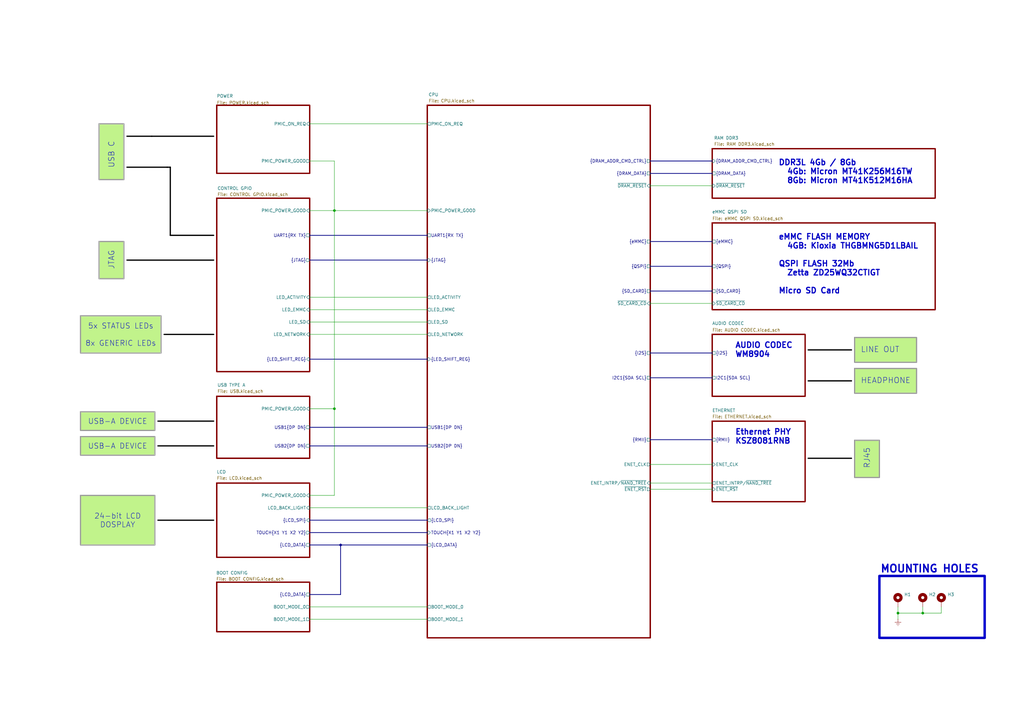
<source format=kicad_sch>
(kicad_sch (version 20231120) (generator "eeschema") (generator_version "8.0")
  (paper "A3")
  (title_block (title "i.MX6 Demo Board") (date "2024-05-26") (rev "00") (company "ts-manuel"))
  (lib_symbols
    (symbol "Mechanical:MountingHole_Pad" (pin_numbers hide) (pin_names (offset 1.016) hide) (exclude_from_sim yes) (in_bom no)
      (property "Reference" "H" (at 0 6.35 0))
      (property "Value" "MountingHole_Pad" (at 0 4.445 0))
      (symbol "MountingHole_Pad_0_1"
        (circle (center 0 1.27) (radius 1.27) (stroke (width 1.27)))
      )
      (symbol "MountingHole_Pad_1_1"
        (pin input line (at 0 -2.54 90) (length 2.54) (name "1") (number "1"))
      )
    )
    (symbol "power:GNDREF" (power) (pin_numbers hide) (pin_names (offset 0) hide)
      (property "Value" "GNDREF" (at 0 -3.81 0))
      (symbol "GNDREF_0_1"
        (polyline (pts (xy -0.635 -1.905) (xy 0.635 -1.905)))
        (polyline (pts (xy -0.127 -2.54) (xy 0.127 -2.54)))
        (polyline (pts (xy 0 -1.27) (xy 0 0)))
        (polyline (pts (xy 1.27 -1.27) (xy -1.27 -1.27)))
      )
      (symbol "GNDREF_1_1"
        (pin power_in line (at 0 0 270) (length 0) (name "~") (number "1"))
      )
    )
  )
  (junction (at 139.7 223.52))
  (junction (at 368.3 251.46))
  (junction (at 137.16 167.64))
  (junction (at 137.16 86.36))
  (junction (at 378.46 251.46))
  (wire (pts (xy 127 121.92) (xy 175.26 121.92)))
  (wire (pts (xy 137.16 66.04) (xy 137.16 86.36)))
  (wire (pts (xy 127 254) (xy 175.26 254)))
  (polyline (pts (xy 52.07 55.88) (xy 62.23 55.88)) (stroke (width 0.508) (type solid) (color 0 0 0 1)))
  (bus (pts (xy 139.7 223.52) (xy 175.26 223.52)))
  (wire (pts (xy 127 167.64) (xy 137.16 167.64)))
  (wire (pts (xy 127 248.92) (xy 175.26 248.92)))
  (bus (pts (xy 127 213.36) (xy 175.26 213.36)))
  (bus (pts (xy 266.7 154.94) (xy 292.1 154.94)))
  (wire (pts (xy 386.08 248.92) (xy 386.08 251.46)))
  (wire (pts (xy 127 66.04) (xy 137.16 66.04)))
  (bus (pts (xy 127 96.52) (xy 175.26 96.52)))
  (polyline (pts (xy 349.25 156.21) (xy 331.47 156.21)) (stroke (width 0.508) (type solid) (color 0 0 0 1)))
  (wire (pts (xy 137.16 167.64) (xy 137.16 203.2)))
  (bus (pts (xy 127 147.32) (xy 175.26 147.32)))
  (bus (pts (xy 266.7 144.78) (xy 292.1 144.78)))
  (wire (pts (xy 266.7 124.46) (xy 292.1 124.46)))
  (polyline (pts (xy 68.58 68.58) (xy 52.07 68.58)) (stroke (width 0.508) (type solid) (color 0 0 0 1)))
  (wire (pts (xy 368.3 248.92) (xy 368.3 251.46)))
  (wire (pts (xy 378.46 248.92) (xy 378.46 251.46)))
  (bus (pts (xy 139.7 223.52) (xy 139.7 243.84)))
  (wire (pts (xy 137.16 86.36) (xy 175.26 86.36)))
  (wire (pts (xy 378.46 251.46) (xy 386.08 251.46)))
  (polyline (pts (xy 69.85 96.52) (xy 87.63 96.52)) (stroke (width 0.508) (type solid) (color 0 0 0 1)))
  (bus (pts (xy 127 218.44) (xy 175.26 218.44)))
  (wire (pts (xy 127 127) (xy 175.26 127)))
  (polyline (pts (xy 69.85 68.58) (xy 69.85 96.52)) (stroke (width 0.508) (type solid) (color 0 0 0 1)))
  (wire (pts (xy 127 208.28) (xy 175.26 208.28)))
  (polyline (pts (xy 64.77 172.72) (xy 87.63 172.72)) (stroke (width 0.508) (type solid) (color 0 0 0 1)))
  (wire (pts (xy 266.7 198.12) (xy 292.1 198.12)))
  (polyline (pts (xy 67.31 137.16) (xy 87.63 137.16)) (stroke (width 0.508) (type solid) (color 0 0 0 1)))
  (wire (pts (xy 266.7 190.5) (xy 292.1 190.5)))
  (bus (pts (xy 266.7 109.22) (xy 292.1 109.22)))
  (wire (pts (xy 266.7 76.2) (xy 292.1 76.2)))
  (polyline (pts (xy 68.58 68.58) (xy 69.85 68.58)) (stroke (width 0.508) (type solid) (color 0 0 0 1)))
  (bus (pts (xy 127 182.88) (xy 175.26 182.88)))
  (bus (pts (xy 127 106.68) (xy 175.26 106.68)))
  (polyline (pts (xy 64.77 182.88) (xy 87.63 182.88)) (stroke (width 0.508) (type solid) (color 0 0 0 1)))
  (wire (pts (xy 368.3 251.46) (xy 378.46 251.46)))
  (wire (pts (xy 127 86.36) (xy 137.16 86.36)))
  (wire (pts (xy 127 50.8) (xy 175.26 50.8)))
  (bus (pts (xy 127 223.52) (xy 139.7 223.52)))
  (wire (pts (xy 266.7 200.66) (xy 292.1 200.66)))
  (bus (pts (xy 266.7 119.38) (xy 292.1 119.38)))
  (wire (pts (xy 127 137.16) (xy 175.26 137.16)))
  (bus (pts (xy 266.7 99.06) (xy 292.1 99.06)))
  (polyline (pts (xy 349.25 143.51) (xy 331.47 143.51)) (stroke (width 0.508) (type solid) (color 0 0 0 1)))
  (polyline (pts (xy 52.07 106.68) (xy 87.63 106.68)) (stroke (width 0.508) (type solid) (color 0 0 0 1)))
  (wire (pts (xy 368.3 251.46) (xy 368.3 254)))
  (bus (pts (xy 266.7 71.12) (xy 292.1 71.12)))
  (wire (pts (xy 127 132.08) (xy 175.26 132.08)))
  (bus (pts (xy 127 175.26) (xy 175.26 175.26)))
  (polyline (pts (xy 64.77 213.36) (xy 87.63 213.36)) (stroke (width 0.508) (type solid) (color 0 0 0 1)))
  (wire (pts (xy 127 203.2) (xy 137.16 203.2)))
  (bus (pts (xy 266.7 66.04) (xy 292.1 66.04)))
  (wire (pts (xy 137.16 86.36) (xy 137.16 167.64)))
  (polyline (pts (xy 62.23 55.88) (xy 87.63 55.88)) (stroke (width 0.508) (type solid) (color 0 0 0 1)))
  (bus (pts (xy 127 243.84) (xy 139.7 243.84)))
  (polyline (pts (xy 331.47 187.96) (xy 349.25 187.96)) (stroke (width 0.508) (type solid) (color 0 0 0 1)))
  (bus (pts (xy 266.7 180.34) (xy 292.1 180.34)))
  (rectangle (start 375.92 138.43) (end 350.52 148.59) (stroke (width 0.508) (color 153 153 153 1)) (fill (type color) (color 193 243 139 1)))
  (rectangle (start 40.64 50.8) (end 50.8 73.66) (stroke (width 0.508) (color 153 153 153 1)) (fill (type color) (color 193 243 139 1)))
  (rectangle (start 40.64 99.06) (end 50.8 114.3) (stroke (width 0.508) (color 153 153 153 1)) (fill (type color) (color 193 243 139 1)))
  (rectangle (start 350.52 151.13) (end 375.92 161.29) (stroke (width 0.508) (color 153 153 153 1)) (fill (type color) (color 193 243 139 1)))
  (rectangle (start 350.52 180.594) (end 360.68 195.834) (stroke (width 0.508) (color 153 153 153 1)) (fill (type color) (color 193 243 139 1)))
  (rectangle (start 360.68 236.22) (end 403.86 261.62) (stroke (width 1)))
  (text_box "DDR3L 4Gb / 8Gb\n  4Gb: Micron MT41K256M16TW\n  8Gb: Micron MT41K512M16HA" (at 317.5 63.5 0) (size 63.5 15.24) (stroke (width -0.0001) (color 0 0 0 1)) (effects (font (size 2.286 2.286) (thickness 0.4572) (bold yes)) (justify left top)))
  (text_box "eMMC FLASH MEMORY\n  4GB: Kioxia THGBMNG5D1LBAIL\n\nQSPI FLASH 32Mb\n  Zetta ZD25WQ32CTIGT\n\nMicro SD Card" (at 317.5 93.98 0) (size 63.5 27.94) (stroke (width -0.0001) (color 0 0 0 1)) (effects (font (size 2.286 2.286) (thickness 0.4572) (bold yes)) (justify left top)))
  (text_box "Ethernet PHY\nKSZ8081RNB" (at 299.72 173.99 0) (size 29.21 10.16) (stroke (width -0.0001) (color 0 0 0 1)) (effects (font (size 2.286 2.286) (thickness 0.4572) (bold yes)) (justify left top)))
  (text_box "AUDIO CODEC\nWM8904" (at 299.72 138.43 0) (size 27.94 12.7) (stroke (width -0.0001) (color 0 0 0 1)) (effects (font (size 2.286 2.286) (thickness 0.4572) (bold yes)) (justify left top)))
  (text_box "5x STATUS LEDs\n\n8x GENERIC LEDs" (at 33.02 129.54 0) (size 33.02 15.24) (stroke (width 0.5) (color 153 153 153 1)) (fill (type color) (color 193 243 139 1)) (effects (font (size 2.2 2.2))))
  (text_box "24-bit LCD DOSPLAY" (at 33.02 203.2 0) (size 30.48 20.32) (stroke (width 0.5) (color 153 153 153 1)) (fill (type color) (color 193 243 139 1)) (effects (font (size 2.2 2.2))))
  (text_box "USB-A DEVICE" (at 33.02 168.91 0) (size 30.48 7.62) (stroke (width 0.5) (color 153 153 153 1)) (fill (type color) (color 193 243 139 1)) (effects (font (size 2.2 2.2))))
  (text_box "USB-A DEVICE" (at 33.02 179.07 0) (size 30.48 7.62) (stroke (width 0.5) (color 153 153 153 1)) (fill (type color) (color 193 243 139 1)) (effects (font (size 2.2 2.2))))
  (text "RJ45" (at 355.6 187.96 90) (effects (font (size 2.286 2.286))))
  (text "HEADPHONE" (at 353.06 156.21 0) (effects (font (size 2.286 2.286)) (justify left)))
  (text "JTAG" (at 45.72 106.68 90) (effects (font (size 2.286 2.286))))
  (text "MOUNTING HOLES" (at 360.934 235.204 0) (effects (font (size 3.048 3.048) (bold yes)) (justify left bottom)))
  (text "USB C" (at 45.72 63.5 90) (effects (font (size 2.286 2.286))))
  (text "LINE OUT" (at 353.06 143.51 0) (effects (font (size 2.286 2.286)) (justify left)))
  (symbol (lib_id "Mechanical:MountingHole_Pad") (at 386.08 246.38 0) (unit 1) (exclude_from_sim yes) (in_bom no)
    (property "Reference" "H3" (at 388.62 243.8399 0) (effects (justify left)))
    (property "Value" "MountingHole_Pad" (effects (hide yes)))
    (property "Footprint" "MountingHole:MountingHole_3.2mm_M3_Pad_Via" (effects (hide yes)))
    (property "Description" "Mounting Hole with connection" (effects (hide yes)))
  )
  (symbol (lib_id "Mechanical:MountingHole_Pad") (at 368.3 246.38 0) (unit 1) (exclude_from_sim yes) (in_bom no)
    (property "Reference" "H1" (at 370.84 243.8399 0) (effects (justify left)))
    (property "Value" "MountingHole_Pad" (effects (hide yes)))
    (property "Footprint" "MountingHole:MountingHole_3.2mm_M3_Pad_Via" (effects (hide yes)))
    (property "Description" "Mounting Hole with connection" (effects (hide yes)))
  )
  (symbol (lib_id "Mechanical:MountingHole_Pad") (at 378.46 246.38 0) (unit 1) (exclude_from_sim yes) (in_bom no)
    (property "Reference" "H2" (at 381 243.8399 0) (effects (justify left)))
    (property "Value" "MountingHole_Pad" (effects (hide yes)))
    (property "Footprint" "MountingHole:MountingHole_3.2mm_M3_Pad_Via" (effects (hide yes)))
    (property "Description" "Mounting Hole with connection" (effects (hide yes)))
  )
  (symbol (lib_id "power:GNDREF") (at 368.3 254 0) (unit 1)
    (property "Reference" "#PWR0279" (effects (hide yes)))
    (property "Value" "GNDREF" (effects (hide yes)))
    (property "Description" "Power symbol creates a global label with name \"GNDREF\" , reference supply ground" (effects (hide yes)))
  )
  (sheet (at 88.9 198.12) (size 38.1 30.48) (stroke (width 0.5))
    (property "Sheetname" "LCD" (at 88.9 194.31 0) (effects (justify left bottom)))
    (property "Sheetfile" "LCD.kicad_sch" (at 88.9 196.85 0) (effects (justify left bottom)))
    (pin "LCD_BACK_LIGHT" input (at 127 208.28 0))
    (pin "PMIC_POWER_GOOD" input (at 127 203.2 0))
    (pin "{LCD_DATA}" passive (at 127 223.52 0))
    (pin "{LCD_SPI}" input (at 127 213.36 0))
    (pin "TOUCH{X1 Y1 X2 Y2}" output (at 127 218.44 0))
  )
  (sheet (at 88.9 81.28) (size 38.1 71.12) (stroke (width 0.5))
    (property "Sheetname" "CONTROL GPIO" (at 89.154 77.978 0) (effects (justify left bottom)))
    (property "Sheetfile" "CONTROL GPIO.kicad_sch" (at 89.154 80.518 0) (effects (justify left bottom)))
    (pin "LED_ACTIVITY" input (at 127 121.92 0))
    (pin "LED_EMMC" input (at 127 127 0))
    (pin "LED_SD" input (at 127 132.08 0))
    (pin "LED_NETWORK" input (at 127 137.16 0))
    (pin "PMIC_POWER_GOOD" input (at 127 86.36 0))
    (pin "{JTAG}" output (at 127 106.68 0))
    (pin "UART1{RX TX}" passive (at 127 96.52 0))
    (pin "{LED_SHIFT_REG}" input (at 127 147.32 0))
  )
  (sheet (at 175.26 43.18) (size 91.44 218.44) (stroke (width 0.5))
    (property "Sheetname" "CPU" (at 175.768 39.5478 0) (effects (justify left bottom)))
    (property "Sheetfile" "CPU.kicad_sch" (at 175.768 42.0878 0) (effects (justify left bottom)))
    (pin "~{DRAM_RESET}" input (at 266.7 76.2 0))
    (pin "ENET_CLK" output (at 266.7 190.5 0))
    (pin "BOOT_MODE_1" output (at 175.26 254 180))
    (pin "BOOT_MODE_0" output (at 175.26 248.92 180))
    (pin "LCD_BACK_LIGHT" output (at 175.26 208.28 180))
    (pin "~{ENET_RST}" output (at 266.7 200.66 0))
    (pin "PMIC_ON_REQ" output (at 175.26 50.8 180))
    (pin "~{SD_CARD_CD}" input (at 266.7 124.46 0))
    (pin "PMIC_POWER_GOOD" input (at 175.26 86.36 180))
    (pin "{DRAM_DATA}" passive (at 266.7 71.12 0))
    (pin "{DRAM_ADDR_CMD_CTRL}" output (at 266.7 66.04 0))
    (pin "{SD_CARD}" passive (at 266.7 119.38 0))
    (pin "{QSPI}" passive (at 266.7 109.22 0))
    (pin "{eMMC}" passive (at 266.7 99.06 0))
    (pin "{JTAG}" input (at 175.26 106.68 180))
    (pin "UART1{RX TX}" passive (at 175.26 96.52 180))
    (pin "{LED_SHIFT_REG}" input (at 175.26 147.32 180))
    (pin "{I2S}" passive (at 266.7 144.78 0))
    (pin "{LCD_DATA}" passive (at 175.26 223.52 180))
    (pin "I2C1{SDA SCL}" passive (at 266.7 154.94 0))
    (pin "{RMII}" passive (at 266.7 180.34 0))
    (pin "{LCD_SPI}" output (at 175.26 213.36 180))
    (pin "TOUCH{X1 Y1 X2 Y2}" input (at 175.26 218.44 180))
    (pin "USB1{DP DN}" passive (at 175.26 175.26 180))
    (pin "USB2{DP DN}" passive (at 175.26 182.88 180))
    (pin "LED_SD" output (at 175.26 132.08 180))
    (pin "LED_NETWORK" output (at 175.26 137.16 180))
    (pin "LED_ACTIVITY" output (at 175.26 121.92 180))
    (pin "LED_EMMC" output (at 175.26 127 180))
    (pin "ENET_INTRP{slash}~{NAND_TREE}" input (at 266.7 198.12 0))
  )
  (sheet (at 88.9 162.56) (size 38.1 25.4) (stroke (width 0.5))
    (property "Sheetname" "USB TYPE A" (at 89.154 158.6738 0) (effects (justify left bottom)))
    (property "Sheetfile" "USB.kicad_sch" (at 89.154 161.2138 0) (effects (justify left bottom)))
    (pin "PMIC_POWER_GOOD" input (at 127 167.64 0))
    (pin "USB1{DP DN}" passive (at 127 175.26 0))
    (pin "USB2{DP DN}" passive (at 127 182.88 0))
  )
  (sheet (at 292.1 60.96) (size 91.44 20.32) (stroke (width 0.5))
    (property "Sheetname" "RAM DDR3" (at 292.862 57.3278 0) (effects (justify left bottom)))
    (property "Sheetfile" "RAM DDR3.kicad_sch" (at 292.862 59.8678 0) (effects (justify left bottom)))
    (pin "~{DRAM_RESET}" input (at 292.1 76.2 180))
    (pin "{DRAM_DATA}" passive (at 292.1 71.12 180))
    (pin "{DRAM_ADDR_CMD_CTRL}" input (at 292.1 66.04 180))
  )
  (sheet (at 88.9 238.76) (size 38.1 20.32) (stroke (width 0.5))
    (property "Sheetname" "BOOT CONFIG" (at 88.646 235.712 0) (effects (justify left bottom)))
    (property "Sheetfile" "BOOT CONFIG.kicad_sch" (at 88.646 238.252 0) (effects (justify left bottom)))
    (pin "BOOT_MODE_1" output (at 127 254 0))
    (pin "BOOT_MODE_0" output (at 127 248.92 0))
    (pin "{LCD_DATA}" passive (at 127 243.84 0))
  )
  (sheet (at 292.1 137.16) (size 38.1 25.4) (stroke (width 0.5))
    (property "Sheetname" "AUDIO CODEC" (at 292.1 133.35 0) (effects (justify left bottom)))
    (property "Sheetfile" "AUDIO CODEC.kicad_sch" (at 292.1 134.62 0) (effects (justify left top)))
    (pin "{I2S}" passive (at 292.1 144.78 180))
    (pin "I2C1{SDA SCL}" passive (at 292.1 154.94 180))
  )
  (sheet (at 292.1 172.72) (size 38.1 33.02) (stroke (width 0.5))
    (property "Sheetname" "ETHERNET" (at 292.1 169.0878 0) (effects (justify left bottom)))
    (property "Sheetfile" "ETHERNET.kicad_sch" (at 292.1 171.6278 0) (effects (justify left bottom)))
    (pin "ENET_CLK" input (at 292.1 190.5 180))
    (pin "~{ENET_RST}" input (at 292.1 200.66 180))
    (pin "{RMII}" passive (at 292.1 180.34 180))
    (pin "ENET_INTRP{slash}~{NAND_TREE}" output (at 292.1 198.12 180))
  )
  (sheet (at 292.1 91.44) (size 91.44 35.56) (stroke (width 0.5))
    (property "Sheetname" "eMMC QSPI SD" (at 292.1 87.63 0) (effects (justify left bottom)))
    (property "Sheetfile" "eMMC QSPI SD.kicad_sch" (at 292.1 88.9 0) (effects (justify left top)))
    (pin "~{SD_CARD_CD}" input (at 292.1 124.46 180))
    (pin "{SD_CARD}" passive (at 292.1 119.38 180))
    (pin "{QSPI}" passive (at 292.1 109.22 180))
    (pin "{eMMC}" passive (at 292.1 99.06 180))
  )
  (sheet (at 88.9 43.18) (size 38.1 27.94) (stroke (width 0.5))
    (property "Sheetname" "POWER" (at 88.9 40.132 0) (effects (justify left bottom)))
    (property "Sheetfile" "POWER.kicad_sch" (at 88.9 41.402 0) (effects (justify left top)))
    (pin "PMIC_POWER_GOOD" output (at 127 66.04 0))
    (pin "PMIC_ON_REQ" input (at 127 50.8 0))
  )
)
</source>
